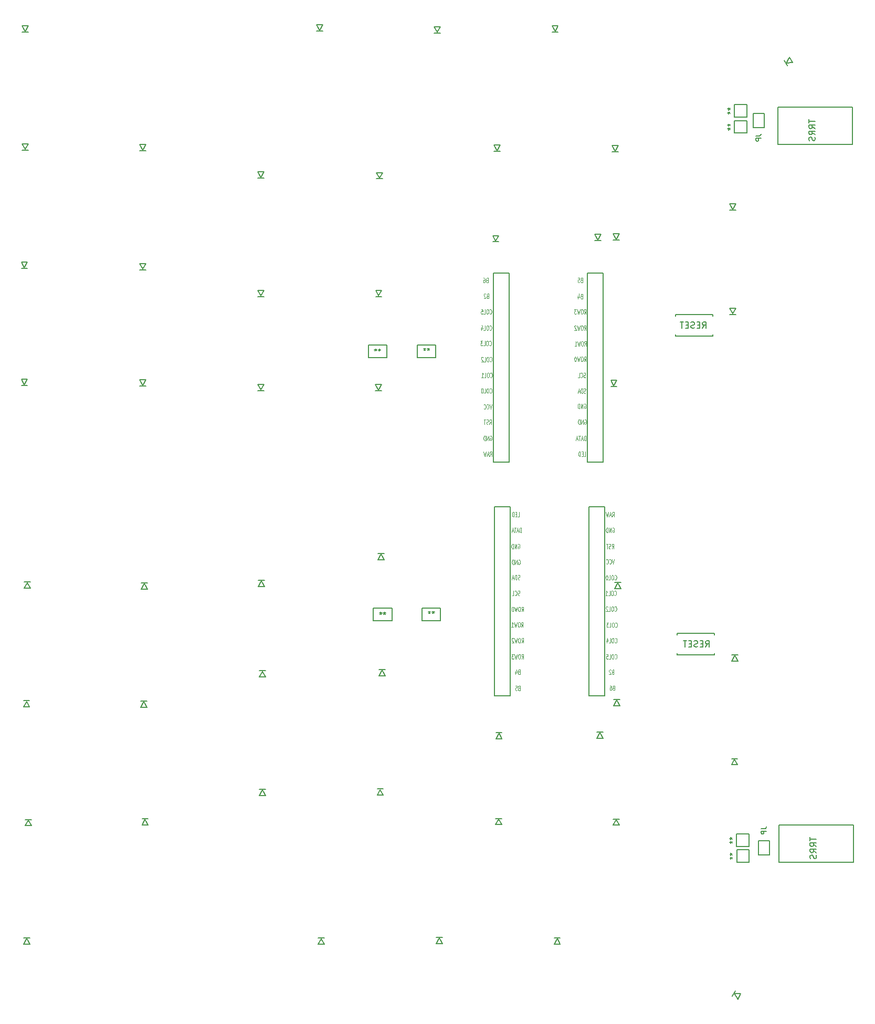
<source format=gbo>
G04 #@! TF.GenerationSoftware,KiCad,Pcbnew,(5.1.0-0)*
G04 #@! TF.CreationDate,2020-05-09T20:17:28+09:00*
G04 #@! TF.ProjectId,potto50,706f7474-6f35-4302-9e6b-696361645f70,rev?*
G04 #@! TF.SameCoordinates,Original*
G04 #@! TF.FileFunction,Legend,Bot*
G04 #@! TF.FilePolarity,Positive*
%FSLAX46Y46*%
G04 Gerber Fmt 4.6, Leading zero omitted, Abs format (unit mm)*
G04 Created by KiCad (PCBNEW (5.1.0-0)) date 2020-05-09 20:17:28*
%MOMM*%
%LPD*%
G04 APERTURE LIST*
%ADD10C,0.150000*%
%ADD11C,0.125000*%
G04 APERTURE END LIST*
D10*
X139915900Y-110566200D02*
X139915900Y-112852200D01*
X139915900Y-112852200D02*
X141693900Y-112852200D01*
X141693900Y-112852200D02*
X141693900Y-110566200D01*
X141693900Y-110566200D02*
X139915900Y-110566200D01*
X21945600Y-68967400D02*
X22445600Y-69867400D01*
X22445600Y-69867400D02*
X21445600Y-69867400D01*
X21445600Y-69867400D02*
X21945600Y-68967400D01*
X22445600Y-68867400D02*
X21445600Y-68867400D01*
X40855900Y-69081700D02*
X41355900Y-69981700D01*
X41355900Y-69981700D02*
X40355900Y-69981700D01*
X40355900Y-69981700D02*
X40855900Y-69081700D01*
X41355900Y-68981700D02*
X40355900Y-68981700D01*
X59702700Y-68700700D02*
X60202700Y-69600700D01*
X60202700Y-69600700D02*
X59202700Y-69600700D01*
X59202700Y-69600700D02*
X59702700Y-68700700D01*
X60202700Y-68600700D02*
X59202700Y-68600700D01*
X79519400Y-64257300D02*
X78519400Y-64257300D01*
X78519400Y-65257300D02*
X79019400Y-64357300D01*
X79519400Y-65257300D02*
X78519400Y-65257300D01*
X79019400Y-64357300D02*
X79519400Y-65257300D01*
X114850000Y-93025000D02*
X113850000Y-93025000D01*
X113850000Y-94025000D02*
X114350000Y-93125000D01*
X114850000Y-94025000D02*
X113850000Y-94025000D01*
X114350000Y-93125000D02*
X114850000Y-94025000D01*
X117182900Y-68992800D02*
X117682900Y-69892800D01*
X117682900Y-69892800D02*
X116682900Y-69892800D01*
X116682900Y-69892800D02*
X117182900Y-68992800D01*
X117682900Y-68892800D02*
X116682900Y-68892800D01*
X22344000Y-88006300D02*
X21344000Y-88006300D01*
X21344000Y-89006300D02*
X21844000Y-88106300D01*
X22344000Y-89006300D02*
X21344000Y-89006300D01*
X21844000Y-88106300D02*
X22344000Y-89006300D01*
X40767000Y-88169800D02*
X41267000Y-89069800D01*
X41267000Y-89069800D02*
X40267000Y-89069800D01*
X40267000Y-89069800D02*
X40767000Y-88169800D01*
X41267000Y-88069800D02*
X40267000Y-88069800D01*
X60380500Y-83180300D02*
X59380500Y-83180300D01*
X59380500Y-84180300D02*
X59880500Y-83280300D01*
X60380500Y-84180300D02*
X59380500Y-84180300D01*
X59880500Y-83280300D02*
X60380500Y-84180300D01*
X79184500Y-83064400D02*
X79684500Y-83964400D01*
X79684500Y-83964400D02*
X78684500Y-83964400D01*
X78684500Y-83964400D02*
X79184500Y-83064400D01*
X79684500Y-82964400D02*
X78684500Y-82964400D01*
X98544000Y-93111700D02*
X97544000Y-93111700D01*
X97544000Y-94111700D02*
X98044000Y-93211700D01*
X98544000Y-94111700D02*
X97544000Y-94111700D01*
X98044000Y-93211700D02*
X98544000Y-94111700D01*
X117030500Y-87877700D02*
X117530500Y-88777700D01*
X117530500Y-88777700D02*
X116530500Y-88777700D01*
X116530500Y-88777700D02*
X117030500Y-87877700D01*
X117530500Y-87777700D02*
X116530500Y-87777700D01*
X136567800Y-80602200D02*
X135567800Y-80602200D01*
X135567800Y-81602200D02*
X136067800Y-80702200D01*
X136567800Y-81602200D02*
X135567800Y-81602200D01*
X136067800Y-80702200D02*
X136567800Y-81602200D01*
X22123400Y-107257900D02*
X22623400Y-108157900D01*
X22623400Y-108157900D02*
X21623400Y-108157900D01*
X21623400Y-108157900D02*
X22123400Y-107257900D01*
X22623400Y-107157900D02*
X21623400Y-107157900D01*
X41470200Y-106992800D02*
X40470200Y-106992800D01*
X40470200Y-107992800D02*
X40970200Y-107092800D01*
X41470200Y-107992800D02*
X40470200Y-107992800D01*
X40970200Y-107092800D02*
X41470200Y-107992800D01*
X59865500Y-102360300D02*
X60365500Y-103260300D01*
X60365500Y-103260300D02*
X59365500Y-103260300D01*
X59365500Y-103260300D02*
X59865500Y-102360300D01*
X60365500Y-102260300D02*
X59365500Y-102260300D01*
X79402000Y-102222200D02*
X78402000Y-102222200D01*
X78402000Y-103222200D02*
X78902000Y-102322200D01*
X79402000Y-103222200D02*
X78402000Y-103222200D01*
X78902000Y-102322200D02*
X79402000Y-103222200D01*
X97993200Y-107080100D02*
X98493200Y-107980100D01*
X98493200Y-107980100D02*
X97493200Y-107980100D01*
X97493200Y-107980100D02*
X97993200Y-107080100D01*
X98493200Y-106980100D02*
X97493200Y-106980100D01*
X117454300Y-107069000D02*
X116454300Y-107069000D01*
X116454300Y-108069000D02*
X116954300Y-107169000D01*
X117454300Y-108069000D02*
X116454300Y-108069000D01*
X116954300Y-107169000D02*
X117454300Y-108069000D01*
X136055100Y-97428100D02*
X136555100Y-98328100D01*
X136555100Y-98328100D02*
X135555100Y-98328100D01*
X135555100Y-98328100D02*
X136055100Y-97428100D01*
X136555100Y-97328100D02*
X135555100Y-97328100D01*
X22402800Y-126236700D02*
X21402800Y-126236700D01*
X21402800Y-127236700D02*
X21902800Y-126336700D01*
X22402800Y-127236700D02*
X21402800Y-127236700D01*
X21902800Y-126336700D02*
X22402800Y-127236700D01*
X69414700Y-126374800D02*
X69914700Y-127274800D01*
X69914700Y-127274800D02*
X68914700Y-127274800D01*
X68914700Y-127274800D02*
X69414700Y-126374800D01*
X69914700Y-126274800D02*
X68914700Y-126274800D01*
X88917400Y-126131700D02*
X87917400Y-126131700D01*
X87917400Y-127131700D02*
X88417400Y-126231700D01*
X88917400Y-127131700D02*
X87917400Y-127131700D01*
X88417400Y-126231700D02*
X88917400Y-127131700D01*
X107439700Y-126362100D02*
X107939700Y-127262100D01*
X107939700Y-127262100D02*
X106939700Y-127262100D01*
X106939700Y-127262100D02*
X107439700Y-126362100D01*
X107939700Y-126262100D02*
X106939700Y-126262100D01*
X136202287Y-134749787D02*
X135702287Y-135615813D01*
X136568313Y-136115813D02*
X136038890Y-135232800D01*
X137068313Y-135249787D02*
X136568313Y-136115813D01*
X136038890Y-135232800D02*
X137068313Y-135249787D01*
X138388600Y-109515400D02*
X138388600Y-111515400D01*
X138388600Y-111515400D02*
X136388600Y-111515400D01*
X136388600Y-111515400D02*
X136388600Y-109515400D01*
X136388600Y-109515400D02*
X138388600Y-109515400D01*
X136401300Y-112055400D02*
X138401300Y-112055400D01*
X136401300Y-114055400D02*
X136401300Y-112055400D01*
X138401300Y-114055400D02*
X136401300Y-114055400D01*
X138401300Y-112055400D02*
X138401300Y-114055400D01*
X85634700Y-73079100D02*
X88634700Y-73079100D01*
X88634700Y-73079100D02*
X88634700Y-75079100D01*
X88634700Y-75079100D02*
X85634700Y-75079100D01*
X85634700Y-75079100D02*
X85634700Y-73079100D01*
X80786100Y-73079100D02*
X80786100Y-75079100D01*
X77786100Y-73079100D02*
X80786100Y-73079100D01*
X77786100Y-75079100D02*
X77786100Y-73079100D01*
X80786100Y-75079100D02*
X77786100Y-75079100D01*
X132806700Y-80379700D02*
X132806700Y-80629700D01*
X132806700Y-80629700D02*
X126806700Y-80629700D01*
X126806700Y-80629700D02*
X126806700Y-80379700D01*
X126806700Y-77379700D02*
X126806700Y-77129700D01*
X126806700Y-77129700D02*
X132806700Y-77129700D01*
X132806700Y-77129700D02*
X132806700Y-77379700D01*
X99874500Y-87198200D02*
X99874500Y-56718200D01*
X97334500Y-87198200D02*
X99874500Y-87198200D01*
X97334500Y-56718200D02*
X97334500Y-87198200D01*
X99874500Y-56718200D02*
X97334500Y-56718200D01*
X115094500Y-87198200D02*
X115094500Y-56718200D01*
X112554500Y-87198200D02*
X115094500Y-87198200D01*
X112554500Y-56718200D02*
X112554500Y-87198200D01*
X115094500Y-56718200D02*
X112554500Y-56718200D01*
X155244800Y-114023400D02*
X155244800Y-108023400D01*
X155244800Y-108023400D02*
X143244800Y-108023400D01*
X143244800Y-108023400D02*
X143244800Y-114023400D01*
X143244800Y-114023400D02*
X155244800Y-114023400D01*
X21500000Y-37050000D02*
X21000000Y-36150000D01*
X21000000Y-36150000D02*
X22000000Y-36150000D01*
X22000000Y-36150000D02*
X21500000Y-37050000D01*
X21000000Y-37150000D02*
X22000000Y-37150000D01*
X40075000Y-37250000D02*
X41075000Y-37250000D01*
X41075000Y-36250000D02*
X40575000Y-37150000D01*
X40075000Y-36250000D02*
X41075000Y-36250000D01*
X40575000Y-37150000D02*
X40075000Y-36250000D01*
X59650000Y-37875000D02*
X59150000Y-36975000D01*
X59150000Y-36975000D02*
X60150000Y-36975000D01*
X60150000Y-36975000D02*
X59650000Y-37875000D01*
X59150000Y-37975000D02*
X60150000Y-37975000D01*
X78100000Y-38000000D02*
X79100000Y-38000000D01*
X79100000Y-37000000D02*
X78600000Y-37900000D01*
X78100000Y-37000000D02*
X79100000Y-37000000D01*
X78600000Y-37900000D02*
X78100000Y-37000000D01*
X114025000Y-13675000D02*
X113525000Y-12775000D01*
X113525000Y-12775000D02*
X114525000Y-12775000D01*
X114525000Y-12775000D02*
X114025000Y-13675000D01*
X113525000Y-13775000D02*
X114525000Y-13775000D01*
X116075000Y-37325000D02*
X117075000Y-37325000D01*
X117075000Y-36325000D02*
X116575000Y-37225000D01*
X116075000Y-36325000D02*
X117075000Y-36325000D01*
X116575000Y-37225000D02*
X116075000Y-36325000D01*
X21500000Y-18175000D02*
X21000000Y-17275000D01*
X21000000Y-17275000D02*
X22000000Y-17275000D01*
X22000000Y-17275000D02*
X21500000Y-18175000D01*
X21000000Y-18275000D02*
X22000000Y-18275000D01*
X40075000Y-18500000D02*
X41075000Y-18500000D01*
X41075000Y-17500000D02*
X40575000Y-18400000D01*
X40075000Y-17500000D02*
X41075000Y-17500000D01*
X40575000Y-18400000D02*
X40075000Y-17500000D01*
X59675000Y-22725000D02*
X59175000Y-21825000D01*
X59175000Y-21825000D02*
X60175000Y-21825000D01*
X60175000Y-21825000D02*
X59675000Y-22725000D01*
X59175000Y-22825000D02*
X60175000Y-22825000D01*
X78150000Y-22825000D02*
X79150000Y-22825000D01*
X79150000Y-21825000D02*
X78650000Y-22725000D01*
X78150000Y-21825000D02*
X79150000Y-21825000D01*
X78650000Y-22725000D02*
X78150000Y-21825000D01*
X97525000Y-13900000D02*
X97025000Y-13000000D01*
X97025000Y-13000000D02*
X98025000Y-13000000D01*
X98025000Y-13000000D02*
X97525000Y-13900000D01*
X97025000Y-14000000D02*
X98025000Y-14000000D01*
X116475000Y-13700000D02*
X117475000Y-13700000D01*
X117475000Y-12700000D02*
X116975000Y-13600000D01*
X116475000Y-12700000D02*
X117475000Y-12700000D01*
X116975000Y-13600000D02*
X116475000Y-12700000D01*
X135750000Y-25600000D02*
X135250000Y-24700000D01*
X135250000Y-24700000D02*
X136250000Y-24700000D01*
X136250000Y-24700000D02*
X135750000Y-25600000D01*
X135250000Y-25700000D02*
X136250000Y-25700000D01*
X21100000Y800000D02*
X22100000Y800000D01*
X22100000Y1800000D02*
X21600000Y900000D01*
X21100000Y1800000D02*
X22100000Y1800000D01*
X21600000Y900000D02*
X21100000Y1800000D01*
X40575000Y800000D02*
X40075000Y1700000D01*
X40075000Y1700000D02*
X41075000Y1700000D01*
X41075000Y1700000D02*
X40575000Y800000D01*
X40075000Y700000D02*
X41075000Y700000D01*
X59175000Y-3750000D02*
X60175000Y-3750000D01*
X60175000Y-2750000D02*
X59675000Y-3650000D01*
X59175000Y-2750000D02*
X60175000Y-2750000D01*
X59675000Y-3650000D02*
X59175000Y-2750000D01*
X78750000Y-3750000D02*
X78250000Y-2850000D01*
X78250000Y-2850000D02*
X79250000Y-2850000D01*
X79250000Y-2850000D02*
X78750000Y-3750000D01*
X78250000Y-3850000D02*
X79250000Y-3850000D01*
X97225000Y600000D02*
X98225000Y600000D01*
X98225000Y1600000D02*
X97725000Y700000D01*
X97225000Y1600000D02*
X98225000Y1600000D01*
X97725000Y700000D02*
X97225000Y1600000D01*
X116800000Y600000D02*
X116300000Y1500000D01*
X116300000Y1500000D02*
X117300000Y1500000D01*
X117300000Y1500000D02*
X116800000Y600000D01*
X116300000Y500000D02*
X117300000Y500000D01*
X135275000Y-8875000D02*
X136275000Y-8875000D01*
X136275000Y-7875000D02*
X135775000Y-8775000D01*
X135275000Y-7875000D02*
X136275000Y-7875000D01*
X135775000Y-8775000D02*
X135275000Y-7875000D01*
X21600000Y19900000D02*
X21100000Y20800000D01*
X21100000Y20800000D02*
X22100000Y20800000D01*
X22100000Y20800000D02*
X21600000Y19900000D01*
X21100000Y19800000D02*
X22100000Y19800000D01*
X68600000Y20000000D02*
X69600000Y20000000D01*
X69600000Y21000000D02*
X69100000Y20100000D01*
X68600000Y21000000D02*
X69600000Y21000000D01*
X69100000Y20100000D02*
X68600000Y21000000D01*
X88125000Y19775000D02*
X87625000Y20675000D01*
X87625000Y20675000D02*
X88625000Y20675000D01*
X88625000Y20675000D02*
X88125000Y19775000D01*
X87625000Y19675000D02*
X88625000Y19675000D01*
X106600000Y19800000D02*
X107600000Y19800000D01*
X107600000Y20800000D02*
X107100000Y19900000D01*
X106600000Y20800000D02*
X107600000Y20800000D01*
X107100000Y19900000D02*
X106600000Y20800000D01*
X144378590Y14850000D02*
X144908013Y15733013D01*
X144908013Y15733013D02*
X145408013Y14866987D01*
X145408013Y14866987D02*
X144378590Y14850000D01*
X144041987Y15233013D02*
X144541987Y14366987D01*
X155050000Y1725000D02*
X155050000Y7725000D01*
X155050000Y7725000D02*
X143050000Y7725000D01*
X143050000Y7725000D02*
X143050000Y1725000D01*
X143050000Y1725000D02*
X155050000Y1725000D01*
X140839000Y4432000D02*
X140839000Y6718000D01*
X140839000Y6718000D02*
X139061000Y6718000D01*
X139061000Y6718000D02*
X139061000Y4432000D01*
X139061000Y4432000D02*
X140839000Y4432000D01*
X136050000Y8100000D02*
X138050000Y8100000D01*
X136050000Y6100000D02*
X136050000Y8100000D01*
X138050000Y6100000D02*
X136050000Y6100000D01*
X138050000Y8100000D02*
X138050000Y6100000D01*
X138050000Y5525000D02*
X138050000Y3525000D01*
X138050000Y3525000D02*
X136050000Y3525000D01*
X136050000Y3525000D02*
X136050000Y5525000D01*
X136050000Y5525000D02*
X138050000Y5525000D01*
X84859800Y-32650000D02*
X84859800Y-30650000D01*
X87859800Y-32650000D02*
X84859800Y-32650000D01*
X87859800Y-30650000D02*
X87859800Y-32650000D01*
X84859800Y-30650000D02*
X87859800Y-30650000D01*
X79975000Y-32650000D02*
X76975000Y-32650000D01*
X76975000Y-32650000D02*
X76975000Y-30650000D01*
X76975000Y-30650000D02*
X79975000Y-30650000D01*
X79975000Y-30650000D02*
X79975000Y-32650000D01*
X126550000Y-25975000D02*
X126550000Y-25725000D01*
X126550000Y-25725000D02*
X132550000Y-25725000D01*
X132550000Y-25725000D02*
X132550000Y-25975000D01*
X132550000Y-28975000D02*
X132550000Y-29225000D01*
X132550000Y-29225000D02*
X126550000Y-29225000D01*
X126550000Y-29225000D02*
X126550000Y-28975000D01*
X112336400Y-19018000D02*
X112336400Y-49498000D01*
X114876400Y-19018000D02*
X112336400Y-19018000D01*
X114876400Y-49498000D02*
X114876400Y-19018000D01*
X112336400Y-49498000D02*
X114876400Y-49498000D01*
X97116400Y-19018000D02*
X97116400Y-49498000D01*
X99656400Y-19018000D02*
X97116400Y-19018000D01*
X99656400Y-49498000D02*
X99656400Y-19018000D01*
X97116400Y-49498000D02*
X99656400Y-49498000D01*
X140359795Y-108624914D02*
X140940366Y-108624914D01*
X141056480Y-108586209D01*
X141133890Y-108508800D01*
X141172595Y-108392685D01*
X141172595Y-108315276D01*
X141172595Y-109011961D02*
X140359795Y-109011961D01*
X140359795Y-109321600D01*
X140398500Y-109399009D01*
X140437204Y-109437714D01*
X140514614Y-109476419D01*
X140630728Y-109476419D01*
X140708138Y-109437714D01*
X140746842Y-109399009D01*
X140785547Y-109321600D01*
X140785547Y-109011961D01*
X135292495Y-110205761D02*
X135486019Y-110205761D01*
X135408609Y-110012238D02*
X135486019Y-110205761D01*
X135408609Y-110399285D01*
X135640838Y-110089647D02*
X135486019Y-110205761D01*
X135640838Y-110321876D01*
X135292495Y-110825038D02*
X135486019Y-110825038D01*
X135408609Y-110631514D02*
X135486019Y-110825038D01*
X135408609Y-111018561D01*
X135640838Y-110708923D02*
X135486019Y-110825038D01*
X135640838Y-110941152D01*
X135305195Y-112745761D02*
X135498719Y-112745761D01*
X135421309Y-112552238D02*
X135498719Y-112745761D01*
X135421309Y-112939285D01*
X135653538Y-112629647D02*
X135498719Y-112745761D01*
X135653538Y-112861876D01*
X135305195Y-113365038D02*
X135498719Y-113365038D01*
X135421309Y-113171514D02*
X135498719Y-113365038D01*
X135421309Y-113558561D01*
X135653538Y-113248923D02*
X135498719Y-113365038D01*
X135653538Y-113481152D01*
X87444338Y-73570495D02*
X87444338Y-73764019D01*
X87637861Y-73686609D02*
X87444338Y-73764019D01*
X87250814Y-73686609D01*
X87560452Y-73918838D02*
X87444338Y-73764019D01*
X87328223Y-73918838D01*
X86825061Y-73570495D02*
X86825061Y-73764019D01*
X87018585Y-73686609D02*
X86825061Y-73764019D01*
X86631538Y-73686609D01*
X86941176Y-73918838D02*
X86825061Y-73764019D01*
X86708947Y-73918838D01*
X79595738Y-73697495D02*
X79595738Y-73891019D01*
X79789261Y-73813609D02*
X79595738Y-73891019D01*
X79402214Y-73813609D01*
X79711852Y-74045838D02*
X79595738Y-73891019D01*
X79479623Y-74045838D01*
X78976461Y-73697495D02*
X78976461Y-73891019D01*
X79169985Y-73813609D02*
X78976461Y-73891019D01*
X78782938Y-73813609D01*
X79092576Y-74045838D02*
X78976461Y-73891019D01*
X78860347Y-74045838D01*
X131386080Y-79332080D02*
X131719414Y-78855890D01*
X131957509Y-79332080D02*
X131957509Y-78332080D01*
X131576557Y-78332080D01*
X131481319Y-78379700D01*
X131433700Y-78427319D01*
X131386080Y-78522557D01*
X131386080Y-78665414D01*
X131433700Y-78760652D01*
X131481319Y-78808271D01*
X131576557Y-78855890D01*
X131957509Y-78855890D01*
X130957509Y-78808271D02*
X130624176Y-78808271D01*
X130481319Y-79332080D02*
X130957509Y-79332080D01*
X130957509Y-78332080D01*
X130481319Y-78332080D01*
X130100366Y-79284461D02*
X129957509Y-79332080D01*
X129719414Y-79332080D01*
X129624176Y-79284461D01*
X129576557Y-79236842D01*
X129528938Y-79141604D01*
X129528938Y-79046366D01*
X129576557Y-78951128D01*
X129624176Y-78903509D01*
X129719414Y-78855890D01*
X129909890Y-78808271D01*
X130005128Y-78760652D01*
X130052747Y-78713033D01*
X130100366Y-78617795D01*
X130100366Y-78522557D01*
X130052747Y-78427319D01*
X130005128Y-78379700D01*
X129909890Y-78332080D01*
X129671795Y-78332080D01*
X129528938Y-78379700D01*
X129100366Y-78808271D02*
X128767033Y-78808271D01*
X128624176Y-79332080D02*
X129100366Y-79332080D01*
X129100366Y-78332080D01*
X128624176Y-78332080D01*
X128338461Y-78332080D02*
X127767033Y-78332080D01*
X128052747Y-79332080D02*
X128052747Y-78332080D01*
D11*
X101641852Y-76107485D02*
X101808519Y-75750342D01*
X101927566Y-76107485D02*
X101927566Y-75357485D01*
X101737090Y-75357485D01*
X101689471Y-75393200D01*
X101665661Y-75428914D01*
X101641852Y-75500342D01*
X101641852Y-75607485D01*
X101665661Y-75678914D01*
X101689471Y-75714628D01*
X101737090Y-75750342D01*
X101927566Y-75750342D01*
X101332328Y-75357485D02*
X101237090Y-75357485D01*
X101189471Y-75393200D01*
X101141852Y-75464628D01*
X101118042Y-75607485D01*
X101118042Y-75857485D01*
X101141852Y-76000342D01*
X101189471Y-76071771D01*
X101237090Y-76107485D01*
X101332328Y-76107485D01*
X101379947Y-76071771D01*
X101427566Y-76000342D01*
X101451376Y-75857485D01*
X101451376Y-75607485D01*
X101427566Y-75464628D01*
X101379947Y-75393200D01*
X101332328Y-75357485D01*
X100951376Y-75357485D02*
X100832328Y-76107485D01*
X100737090Y-75571771D01*
X100641852Y-76107485D01*
X100522804Y-75357485D01*
X100070423Y-76107485D02*
X100356138Y-76107485D01*
X100213280Y-76107485D02*
X100213280Y-75357485D01*
X100260900Y-75464628D01*
X100308519Y-75536057D01*
X100356138Y-75571771D01*
X116758519Y-78584057D02*
X116782328Y-78619771D01*
X116853757Y-78655485D01*
X116901376Y-78655485D01*
X116972804Y-78619771D01*
X117020423Y-78548342D01*
X117044233Y-78476914D01*
X117068042Y-78334057D01*
X117068042Y-78226914D01*
X117044233Y-78084057D01*
X117020423Y-78012628D01*
X116972804Y-77941200D01*
X116901376Y-77905485D01*
X116853757Y-77905485D01*
X116782328Y-77941200D01*
X116758519Y-77976914D01*
X116448995Y-77905485D02*
X116353757Y-77905485D01*
X116306138Y-77941200D01*
X116258519Y-78012628D01*
X116234709Y-78155485D01*
X116234709Y-78405485D01*
X116258519Y-78548342D01*
X116306138Y-78619771D01*
X116353757Y-78655485D01*
X116448995Y-78655485D01*
X116496614Y-78619771D01*
X116544233Y-78548342D01*
X116568042Y-78405485D01*
X116568042Y-78155485D01*
X116544233Y-78012628D01*
X116496614Y-77941200D01*
X116448995Y-77905485D01*
X115782328Y-78655485D02*
X116020423Y-78655485D01*
X116020423Y-77905485D01*
X115401376Y-78155485D02*
X115401376Y-78655485D01*
X115520423Y-77869771D02*
X115639471Y-78405485D01*
X115329947Y-78405485D01*
X101691852Y-78655485D02*
X101858519Y-78298342D01*
X101977566Y-78655485D02*
X101977566Y-77905485D01*
X101787090Y-77905485D01*
X101739471Y-77941200D01*
X101715661Y-77976914D01*
X101691852Y-78048342D01*
X101691852Y-78155485D01*
X101715661Y-78226914D01*
X101739471Y-78262628D01*
X101787090Y-78298342D01*
X101977566Y-78298342D01*
X101382328Y-77905485D02*
X101287090Y-77905485D01*
X101239471Y-77941200D01*
X101191852Y-78012628D01*
X101168042Y-78155485D01*
X101168042Y-78405485D01*
X101191852Y-78548342D01*
X101239471Y-78619771D01*
X101287090Y-78655485D01*
X101382328Y-78655485D01*
X101429947Y-78619771D01*
X101477566Y-78548342D01*
X101501376Y-78405485D01*
X101501376Y-78155485D01*
X101477566Y-78012628D01*
X101429947Y-77941200D01*
X101382328Y-77905485D01*
X101001376Y-77905485D02*
X100882328Y-78655485D01*
X100787090Y-78119771D01*
X100691852Y-78655485D01*
X100572804Y-77905485D01*
X100406138Y-77976914D02*
X100382328Y-77941200D01*
X100334709Y-77905485D01*
X100215661Y-77905485D01*
X100168042Y-77941200D01*
X100144233Y-77976914D01*
X100120423Y-78048342D01*
X100120423Y-78119771D01*
X100144233Y-78226914D01*
X100429947Y-78655485D01*
X100120423Y-78655485D01*
X116758519Y-81179557D02*
X116782328Y-81215271D01*
X116853757Y-81250985D01*
X116901376Y-81250985D01*
X116972804Y-81215271D01*
X117020423Y-81143842D01*
X117044233Y-81072414D01*
X117068042Y-80929557D01*
X117068042Y-80822414D01*
X117044233Y-80679557D01*
X117020423Y-80608128D01*
X116972804Y-80536700D01*
X116901376Y-80500985D01*
X116853757Y-80500985D01*
X116782328Y-80536700D01*
X116758519Y-80572414D01*
X116448995Y-80500985D02*
X116353757Y-80500985D01*
X116306138Y-80536700D01*
X116258519Y-80608128D01*
X116234709Y-80750985D01*
X116234709Y-81000985D01*
X116258519Y-81143842D01*
X116306138Y-81215271D01*
X116353757Y-81250985D01*
X116448995Y-81250985D01*
X116496614Y-81215271D01*
X116544233Y-81143842D01*
X116568042Y-81000985D01*
X116568042Y-80750985D01*
X116544233Y-80608128D01*
X116496614Y-80536700D01*
X116448995Y-80500985D01*
X115782328Y-81250985D02*
X116020423Y-81250985D01*
X116020423Y-80500985D01*
X115377566Y-80500985D02*
X115615661Y-80500985D01*
X115639471Y-80858128D01*
X115615661Y-80822414D01*
X115568042Y-80786700D01*
X115448995Y-80786700D01*
X115401376Y-80822414D01*
X115377566Y-80858128D01*
X115353757Y-80929557D01*
X115353757Y-81108128D01*
X115377566Y-81179557D01*
X115401376Y-81215271D01*
X115448995Y-81250985D01*
X115568042Y-81250985D01*
X115615661Y-81215271D01*
X115639471Y-81179557D01*
X101691852Y-81250985D02*
X101858519Y-80893842D01*
X101977566Y-81250985D02*
X101977566Y-80500985D01*
X101787090Y-80500985D01*
X101739471Y-80536700D01*
X101715661Y-80572414D01*
X101691852Y-80643842D01*
X101691852Y-80750985D01*
X101715661Y-80822414D01*
X101739471Y-80858128D01*
X101787090Y-80893842D01*
X101977566Y-80893842D01*
X101382328Y-80500985D02*
X101287090Y-80500985D01*
X101239471Y-80536700D01*
X101191852Y-80608128D01*
X101168042Y-80750985D01*
X101168042Y-81000985D01*
X101191852Y-81143842D01*
X101239471Y-81215271D01*
X101287090Y-81250985D01*
X101382328Y-81250985D01*
X101429947Y-81215271D01*
X101477566Y-81143842D01*
X101501376Y-81000985D01*
X101501376Y-80750985D01*
X101477566Y-80608128D01*
X101429947Y-80536700D01*
X101382328Y-80500985D01*
X101001376Y-80500985D02*
X100882328Y-81250985D01*
X100787090Y-80715271D01*
X100691852Y-81250985D01*
X100572804Y-80500985D01*
X100429947Y-80500985D02*
X100120423Y-80500985D01*
X100287090Y-80786700D01*
X100215661Y-80786700D01*
X100168042Y-80822414D01*
X100144233Y-80858128D01*
X100120423Y-80929557D01*
X100120423Y-81108128D01*
X100144233Y-81179557D01*
X100168042Y-81215271D01*
X100215661Y-81250985D01*
X100358519Y-81250985D01*
X100406138Y-81215271D01*
X100429947Y-81179557D01*
X116413280Y-83362628D02*
X116341852Y-83398342D01*
X116318042Y-83434057D01*
X116294233Y-83505485D01*
X116294233Y-83612628D01*
X116318042Y-83684057D01*
X116341852Y-83719771D01*
X116389471Y-83755485D01*
X116579947Y-83755485D01*
X116579947Y-83005485D01*
X116413280Y-83005485D01*
X116365661Y-83041200D01*
X116341852Y-83076914D01*
X116318042Y-83148342D01*
X116318042Y-83219771D01*
X116341852Y-83291200D01*
X116365661Y-83326914D01*
X116413280Y-83362628D01*
X116579947Y-83362628D01*
X116103757Y-83076914D02*
X116079947Y-83041200D01*
X116032328Y-83005485D01*
X115913280Y-83005485D01*
X115865661Y-83041200D01*
X115841852Y-83076914D01*
X115818042Y-83148342D01*
X115818042Y-83219771D01*
X115841852Y-83326914D01*
X116127566Y-83755485D01*
X115818042Y-83755485D01*
X101263280Y-83334628D02*
X101191852Y-83370342D01*
X101168042Y-83406057D01*
X101144233Y-83477485D01*
X101144233Y-83584628D01*
X101168042Y-83656057D01*
X101191852Y-83691771D01*
X101239471Y-83727485D01*
X101429947Y-83727485D01*
X101429947Y-82977485D01*
X101263280Y-82977485D01*
X101215661Y-83013200D01*
X101191852Y-83048914D01*
X101168042Y-83120342D01*
X101168042Y-83191771D01*
X101191852Y-83263200D01*
X101215661Y-83298914D01*
X101263280Y-83334628D01*
X101429947Y-83334628D01*
X100715661Y-83227485D02*
X100715661Y-83727485D01*
X100834709Y-82941771D02*
X100953757Y-83477485D01*
X100644233Y-83477485D01*
X101263280Y-85938128D02*
X101191852Y-85973842D01*
X101168042Y-86009557D01*
X101144233Y-86080985D01*
X101144233Y-86188128D01*
X101168042Y-86259557D01*
X101191852Y-86295271D01*
X101239471Y-86330985D01*
X101429947Y-86330985D01*
X101429947Y-85580985D01*
X101263280Y-85580985D01*
X101215661Y-85616700D01*
X101191852Y-85652414D01*
X101168042Y-85723842D01*
X101168042Y-85795271D01*
X101191852Y-85866700D01*
X101215661Y-85902414D01*
X101263280Y-85938128D01*
X101429947Y-85938128D01*
X100691852Y-85580985D02*
X100929947Y-85580985D01*
X100953757Y-85938128D01*
X100929947Y-85902414D01*
X100882328Y-85866700D01*
X100763280Y-85866700D01*
X100715661Y-85902414D01*
X100691852Y-85938128D01*
X100668042Y-86009557D01*
X100668042Y-86188128D01*
X100691852Y-86259557D01*
X100715661Y-86295271D01*
X100763280Y-86330985D01*
X100882328Y-86330985D01*
X100929947Y-86295271D01*
X100953757Y-86259557D01*
X116513280Y-85912628D02*
X116441852Y-85948342D01*
X116418042Y-85984057D01*
X116394233Y-86055485D01*
X116394233Y-86162628D01*
X116418042Y-86234057D01*
X116441852Y-86269771D01*
X116489471Y-86305485D01*
X116679947Y-86305485D01*
X116679947Y-85555485D01*
X116513280Y-85555485D01*
X116465661Y-85591200D01*
X116441852Y-85626914D01*
X116418042Y-85698342D01*
X116418042Y-85769771D01*
X116441852Y-85841200D01*
X116465661Y-85876914D01*
X116513280Y-85912628D01*
X116679947Y-85912628D01*
X115965661Y-85555485D02*
X116060900Y-85555485D01*
X116108519Y-85591200D01*
X116132328Y-85626914D01*
X116179947Y-85734057D01*
X116203757Y-85876914D01*
X116203757Y-86162628D01*
X116179947Y-86234057D01*
X116156138Y-86269771D01*
X116108519Y-86305485D01*
X116013280Y-86305485D01*
X115965661Y-86269771D01*
X115941852Y-86234057D01*
X115918042Y-86162628D01*
X115918042Y-85984057D01*
X115941852Y-85912628D01*
X115965661Y-85876914D01*
X116013280Y-85841200D01*
X116108519Y-85841200D01*
X116156138Y-85876914D01*
X116179947Y-85912628D01*
X116203757Y-85984057D01*
X116708519Y-68434057D02*
X116732328Y-68469771D01*
X116803757Y-68505485D01*
X116851376Y-68505485D01*
X116922804Y-68469771D01*
X116970423Y-68398342D01*
X116994233Y-68326914D01*
X117018042Y-68184057D01*
X117018042Y-68076914D01*
X116994233Y-67934057D01*
X116970423Y-67862628D01*
X116922804Y-67791200D01*
X116851376Y-67755485D01*
X116803757Y-67755485D01*
X116732328Y-67791200D01*
X116708519Y-67826914D01*
X116398995Y-67755485D02*
X116303757Y-67755485D01*
X116256138Y-67791200D01*
X116208519Y-67862628D01*
X116184709Y-68005485D01*
X116184709Y-68255485D01*
X116208519Y-68398342D01*
X116256138Y-68469771D01*
X116303757Y-68505485D01*
X116398995Y-68505485D01*
X116446614Y-68469771D01*
X116494233Y-68398342D01*
X116518042Y-68255485D01*
X116518042Y-68005485D01*
X116494233Y-67862628D01*
X116446614Y-67791200D01*
X116398995Y-67755485D01*
X115732328Y-68505485D02*
X115970423Y-68505485D01*
X115970423Y-67755485D01*
X115470423Y-67755485D02*
X115422804Y-67755485D01*
X115375185Y-67791200D01*
X115351376Y-67826914D01*
X115327566Y-67898342D01*
X115303757Y-68041200D01*
X115303757Y-68219771D01*
X115327566Y-68362628D01*
X115351376Y-68434057D01*
X115375185Y-68469771D01*
X115422804Y-68505485D01*
X115470423Y-68505485D01*
X115518042Y-68469771D01*
X115541852Y-68434057D01*
X115565661Y-68362628D01*
X115589471Y-68219771D01*
X115589471Y-68041200D01*
X115565661Y-67898342D01*
X115541852Y-67826914D01*
X115518042Y-67791200D01*
X115470423Y-67755485D01*
X101407042Y-68451771D02*
X101335614Y-68487485D01*
X101216566Y-68487485D01*
X101168947Y-68451771D01*
X101145138Y-68416057D01*
X101121328Y-68344628D01*
X101121328Y-68273200D01*
X101145138Y-68201771D01*
X101168947Y-68166057D01*
X101216566Y-68130342D01*
X101311804Y-68094628D01*
X101359423Y-68058914D01*
X101383233Y-68023200D01*
X101407042Y-67951771D01*
X101407042Y-67880342D01*
X101383233Y-67808914D01*
X101359423Y-67773200D01*
X101311804Y-67737485D01*
X101192757Y-67737485D01*
X101121328Y-67773200D01*
X100907042Y-68487485D02*
X100907042Y-67737485D01*
X100787995Y-67737485D01*
X100716566Y-67773200D01*
X100668947Y-67844628D01*
X100645138Y-67916057D01*
X100621328Y-68058914D01*
X100621328Y-68166057D01*
X100645138Y-68308914D01*
X100668947Y-68380342D01*
X100716566Y-68451771D01*
X100787995Y-68487485D01*
X100907042Y-68487485D01*
X100430852Y-68273200D02*
X100192757Y-68273200D01*
X100478471Y-68487485D02*
X100311804Y-67737485D01*
X100145138Y-68487485D01*
X116658519Y-70956057D02*
X116682328Y-70991771D01*
X116753757Y-71027485D01*
X116801376Y-71027485D01*
X116872804Y-70991771D01*
X116920423Y-70920342D01*
X116944233Y-70848914D01*
X116968042Y-70706057D01*
X116968042Y-70598914D01*
X116944233Y-70456057D01*
X116920423Y-70384628D01*
X116872804Y-70313200D01*
X116801376Y-70277485D01*
X116753757Y-70277485D01*
X116682328Y-70313200D01*
X116658519Y-70348914D01*
X116348995Y-70277485D02*
X116253757Y-70277485D01*
X116206138Y-70313200D01*
X116158519Y-70384628D01*
X116134709Y-70527485D01*
X116134709Y-70777485D01*
X116158519Y-70920342D01*
X116206138Y-70991771D01*
X116253757Y-71027485D01*
X116348995Y-71027485D01*
X116396614Y-70991771D01*
X116444233Y-70920342D01*
X116468042Y-70777485D01*
X116468042Y-70527485D01*
X116444233Y-70384628D01*
X116396614Y-70313200D01*
X116348995Y-70277485D01*
X115682328Y-71027485D02*
X115920423Y-71027485D01*
X115920423Y-70277485D01*
X115253757Y-71027485D02*
X115539471Y-71027485D01*
X115396614Y-71027485D02*
X115396614Y-70277485D01*
X115444233Y-70384628D01*
X115491852Y-70456057D01*
X115539471Y-70491771D01*
X101395138Y-70991771D02*
X101323709Y-71027485D01*
X101204661Y-71027485D01*
X101157042Y-70991771D01*
X101133233Y-70956057D01*
X101109423Y-70884628D01*
X101109423Y-70813200D01*
X101133233Y-70741771D01*
X101157042Y-70706057D01*
X101204661Y-70670342D01*
X101299900Y-70634628D01*
X101347519Y-70598914D01*
X101371328Y-70563200D01*
X101395138Y-70491771D01*
X101395138Y-70420342D01*
X101371328Y-70348914D01*
X101347519Y-70313200D01*
X101299900Y-70277485D01*
X101180852Y-70277485D01*
X101109423Y-70313200D01*
X100609423Y-70956057D02*
X100633233Y-70991771D01*
X100704661Y-71027485D01*
X100752280Y-71027485D01*
X100823709Y-70991771D01*
X100871328Y-70920342D01*
X100895138Y-70848914D01*
X100918947Y-70706057D01*
X100918947Y-70598914D01*
X100895138Y-70456057D01*
X100871328Y-70384628D01*
X100823709Y-70313200D01*
X100752280Y-70277485D01*
X100704661Y-70277485D01*
X100633233Y-70313200D01*
X100609423Y-70348914D01*
X100157042Y-71027485D02*
X100395138Y-71027485D01*
X100395138Y-70277485D01*
X116708519Y-73496057D02*
X116732328Y-73531771D01*
X116803757Y-73567485D01*
X116851376Y-73567485D01*
X116922804Y-73531771D01*
X116970423Y-73460342D01*
X116994233Y-73388914D01*
X117018042Y-73246057D01*
X117018042Y-73138914D01*
X116994233Y-72996057D01*
X116970423Y-72924628D01*
X116922804Y-72853200D01*
X116851376Y-72817485D01*
X116803757Y-72817485D01*
X116732328Y-72853200D01*
X116708519Y-72888914D01*
X116398995Y-72817485D02*
X116303757Y-72817485D01*
X116256138Y-72853200D01*
X116208519Y-72924628D01*
X116184709Y-73067485D01*
X116184709Y-73317485D01*
X116208519Y-73460342D01*
X116256138Y-73531771D01*
X116303757Y-73567485D01*
X116398995Y-73567485D01*
X116446614Y-73531771D01*
X116494233Y-73460342D01*
X116518042Y-73317485D01*
X116518042Y-73067485D01*
X116494233Y-72924628D01*
X116446614Y-72853200D01*
X116398995Y-72817485D01*
X115732328Y-73567485D02*
X115970423Y-73567485D01*
X115970423Y-72817485D01*
X115589471Y-72888914D02*
X115565661Y-72853200D01*
X115518042Y-72817485D01*
X115398995Y-72817485D01*
X115351376Y-72853200D01*
X115327566Y-72888914D01*
X115303757Y-72960342D01*
X115303757Y-73031771D01*
X115327566Y-73138914D01*
X115613280Y-73567485D01*
X115303757Y-73567485D01*
X101691852Y-73605485D02*
X101858519Y-73248342D01*
X101977566Y-73605485D02*
X101977566Y-72855485D01*
X101787090Y-72855485D01*
X101739471Y-72891200D01*
X101715661Y-72926914D01*
X101691852Y-72998342D01*
X101691852Y-73105485D01*
X101715661Y-73176914D01*
X101739471Y-73212628D01*
X101787090Y-73248342D01*
X101977566Y-73248342D01*
X101382328Y-72855485D02*
X101287090Y-72855485D01*
X101239471Y-72891200D01*
X101191852Y-72962628D01*
X101168042Y-73105485D01*
X101168042Y-73355485D01*
X101191852Y-73498342D01*
X101239471Y-73569771D01*
X101287090Y-73605485D01*
X101382328Y-73605485D01*
X101429947Y-73569771D01*
X101477566Y-73498342D01*
X101501376Y-73355485D01*
X101501376Y-73105485D01*
X101477566Y-72962628D01*
X101429947Y-72891200D01*
X101382328Y-72855485D01*
X101001376Y-72855485D02*
X100882328Y-73605485D01*
X100787090Y-73069771D01*
X100691852Y-73605485D01*
X100572804Y-72855485D01*
X100287090Y-72855485D02*
X100239471Y-72855485D01*
X100191852Y-72891200D01*
X100168042Y-72926914D01*
X100144233Y-72998342D01*
X100120423Y-73141200D01*
X100120423Y-73319771D01*
X100144233Y-73462628D01*
X100168042Y-73534057D01*
X100191852Y-73569771D01*
X100239471Y-73605485D01*
X100287090Y-73605485D01*
X100334709Y-73569771D01*
X100358519Y-73534057D01*
X100382328Y-73462628D01*
X100406138Y-73319771D01*
X100406138Y-73141200D01*
X100382328Y-72998342D01*
X100358519Y-72926914D01*
X100334709Y-72891200D01*
X100287090Y-72855485D01*
X116808519Y-76084057D02*
X116832328Y-76119771D01*
X116903757Y-76155485D01*
X116951376Y-76155485D01*
X117022804Y-76119771D01*
X117070423Y-76048342D01*
X117094233Y-75976914D01*
X117118042Y-75834057D01*
X117118042Y-75726914D01*
X117094233Y-75584057D01*
X117070423Y-75512628D01*
X117022804Y-75441200D01*
X116951376Y-75405485D01*
X116903757Y-75405485D01*
X116832328Y-75441200D01*
X116808519Y-75476914D01*
X116498995Y-75405485D02*
X116403757Y-75405485D01*
X116356138Y-75441200D01*
X116308519Y-75512628D01*
X116284709Y-75655485D01*
X116284709Y-75905485D01*
X116308519Y-76048342D01*
X116356138Y-76119771D01*
X116403757Y-76155485D01*
X116498995Y-76155485D01*
X116546614Y-76119771D01*
X116594233Y-76048342D01*
X116618042Y-75905485D01*
X116618042Y-75655485D01*
X116594233Y-75512628D01*
X116546614Y-75441200D01*
X116498995Y-75405485D01*
X115832328Y-76155485D02*
X116070423Y-76155485D01*
X116070423Y-75405485D01*
X115713280Y-75405485D02*
X115403757Y-75405485D01*
X115570423Y-75691200D01*
X115498995Y-75691200D01*
X115451376Y-75726914D01*
X115427566Y-75762628D01*
X115403757Y-75834057D01*
X115403757Y-76012628D01*
X115427566Y-76084057D01*
X115451376Y-76119771D01*
X115498995Y-76155485D01*
X115641852Y-76155485D01*
X115689471Y-76119771D01*
X115713280Y-76084057D01*
X101180852Y-65296700D02*
X101228471Y-65260985D01*
X101299900Y-65260985D01*
X101371328Y-65296700D01*
X101418947Y-65368128D01*
X101442757Y-65439557D01*
X101466566Y-65582414D01*
X101466566Y-65689557D01*
X101442757Y-65832414D01*
X101418947Y-65903842D01*
X101371328Y-65975271D01*
X101299900Y-66010985D01*
X101252280Y-66010985D01*
X101180852Y-65975271D01*
X101157042Y-65939557D01*
X101157042Y-65689557D01*
X101252280Y-65689557D01*
X100942757Y-66010985D02*
X100942757Y-65260985D01*
X100657042Y-66010985D01*
X100657042Y-65260985D01*
X100418947Y-66010985D02*
X100418947Y-65260985D01*
X100299900Y-65260985D01*
X100228471Y-65296700D01*
X100180852Y-65368128D01*
X100157042Y-65439557D01*
X100133233Y-65582414D01*
X100133233Y-65689557D01*
X100157042Y-65832414D01*
X100180852Y-65903842D01*
X100228471Y-65975271D01*
X100299900Y-66010985D01*
X100418947Y-66010985D01*
X116643066Y-65197485D02*
X116476400Y-65947485D01*
X116309733Y-65197485D01*
X115857352Y-65876057D02*
X115881161Y-65911771D01*
X115952590Y-65947485D01*
X116000209Y-65947485D01*
X116071638Y-65911771D01*
X116119257Y-65840342D01*
X116143066Y-65768914D01*
X116166876Y-65626057D01*
X116166876Y-65518914D01*
X116143066Y-65376057D01*
X116119257Y-65304628D01*
X116071638Y-65233200D01*
X116000209Y-65197485D01*
X115952590Y-65197485D01*
X115881161Y-65233200D01*
X115857352Y-65268914D01*
X115357352Y-65876057D02*
X115381161Y-65911771D01*
X115452590Y-65947485D01*
X115500209Y-65947485D01*
X115571638Y-65911771D01*
X115619257Y-65840342D01*
X115643066Y-65768914D01*
X115666876Y-65626057D01*
X115666876Y-65518914D01*
X115643066Y-65376057D01*
X115619257Y-65304628D01*
X115571638Y-65233200D01*
X115500209Y-65197485D01*
X115452590Y-65197485D01*
X115381161Y-65233200D01*
X115357352Y-65268914D01*
X101117352Y-62756700D02*
X101164971Y-62720985D01*
X101236400Y-62720985D01*
X101307828Y-62756700D01*
X101355447Y-62828128D01*
X101379257Y-62899557D01*
X101403066Y-63042414D01*
X101403066Y-63149557D01*
X101379257Y-63292414D01*
X101355447Y-63363842D01*
X101307828Y-63435271D01*
X101236400Y-63470985D01*
X101188780Y-63470985D01*
X101117352Y-63435271D01*
X101093542Y-63399557D01*
X101093542Y-63149557D01*
X101188780Y-63149557D01*
X100879257Y-63470985D02*
X100879257Y-62720985D01*
X100593542Y-63470985D01*
X100593542Y-62720985D01*
X100355447Y-63470985D02*
X100355447Y-62720985D01*
X100236400Y-62720985D01*
X100164971Y-62756700D01*
X100117352Y-62828128D01*
X100093542Y-62899557D01*
X100069733Y-63042414D01*
X100069733Y-63149557D01*
X100093542Y-63292414D01*
X100117352Y-63363842D01*
X100164971Y-63435271D01*
X100236400Y-63470985D01*
X100355447Y-63470985D01*
X116250209Y-63470985D02*
X116416876Y-63113842D01*
X116535923Y-63470985D02*
X116535923Y-62720985D01*
X116345447Y-62720985D01*
X116297828Y-62756700D01*
X116274019Y-62792414D01*
X116250209Y-62863842D01*
X116250209Y-62970985D01*
X116274019Y-63042414D01*
X116297828Y-63078128D01*
X116345447Y-63113842D01*
X116535923Y-63113842D01*
X116059733Y-63435271D02*
X115988304Y-63470985D01*
X115869257Y-63470985D01*
X115821638Y-63435271D01*
X115797828Y-63399557D01*
X115774019Y-63328128D01*
X115774019Y-63256700D01*
X115797828Y-63185271D01*
X115821638Y-63149557D01*
X115869257Y-63113842D01*
X115964495Y-63078128D01*
X116012114Y-63042414D01*
X116035923Y-63006700D01*
X116059733Y-62935271D01*
X116059733Y-62863842D01*
X116035923Y-62792414D01*
X116012114Y-62756700D01*
X115964495Y-62720985D01*
X115845447Y-62720985D01*
X115774019Y-62756700D01*
X115631161Y-62720985D02*
X115345447Y-62720985D01*
X115488304Y-63470985D02*
X115488304Y-62720985D01*
X101660900Y-60855485D02*
X101660900Y-60105485D01*
X101541852Y-60105485D01*
X101470423Y-60141200D01*
X101422804Y-60212628D01*
X101398995Y-60284057D01*
X101375185Y-60426914D01*
X101375185Y-60534057D01*
X101398995Y-60676914D01*
X101422804Y-60748342D01*
X101470423Y-60819771D01*
X101541852Y-60855485D01*
X101660900Y-60855485D01*
X101184709Y-60641200D02*
X100946614Y-60641200D01*
X101232328Y-60855485D02*
X101065661Y-60105485D01*
X100898995Y-60855485D01*
X100803757Y-60105485D02*
X100518042Y-60105485D01*
X100660900Y-60855485D02*
X100660900Y-60105485D01*
X100375185Y-60641200D02*
X100137090Y-60641200D01*
X100422804Y-60855485D02*
X100256138Y-60105485D01*
X100089471Y-60855485D01*
X116357352Y-60153200D02*
X116404971Y-60117485D01*
X116476400Y-60117485D01*
X116547828Y-60153200D01*
X116595447Y-60224628D01*
X116619257Y-60296057D01*
X116643066Y-60438914D01*
X116643066Y-60546057D01*
X116619257Y-60688914D01*
X116595447Y-60760342D01*
X116547828Y-60831771D01*
X116476400Y-60867485D01*
X116428780Y-60867485D01*
X116357352Y-60831771D01*
X116333542Y-60796057D01*
X116333542Y-60546057D01*
X116428780Y-60546057D01*
X116119257Y-60867485D02*
X116119257Y-60117485D01*
X115833542Y-60867485D01*
X115833542Y-60117485D01*
X115595447Y-60867485D02*
X115595447Y-60117485D01*
X115476400Y-60117485D01*
X115404971Y-60153200D01*
X115357352Y-60224628D01*
X115333542Y-60296057D01*
X115309733Y-60438914D01*
X115309733Y-60546057D01*
X115333542Y-60688914D01*
X115357352Y-60760342D01*
X115404971Y-60831771D01*
X115476400Y-60867485D01*
X115595447Y-60867485D01*
X101082328Y-58327485D02*
X101320423Y-58327485D01*
X101320423Y-57577485D01*
X100915661Y-57934628D02*
X100748995Y-57934628D01*
X100677566Y-58327485D02*
X100915661Y-58327485D01*
X100915661Y-57577485D01*
X100677566Y-57577485D01*
X100463280Y-58327485D02*
X100463280Y-57577485D01*
X100344233Y-57577485D01*
X100272804Y-57613200D01*
X100225185Y-57684628D01*
X100201376Y-57756057D01*
X100177566Y-57898914D01*
X100177566Y-58006057D01*
X100201376Y-58148914D01*
X100225185Y-58220342D01*
X100272804Y-58291771D01*
X100344233Y-58327485D01*
X100463280Y-58327485D01*
X116321638Y-58327485D02*
X116488304Y-57970342D01*
X116607352Y-58327485D02*
X116607352Y-57577485D01*
X116416876Y-57577485D01*
X116369257Y-57613200D01*
X116345447Y-57648914D01*
X116321638Y-57720342D01*
X116321638Y-57827485D01*
X116345447Y-57898914D01*
X116369257Y-57934628D01*
X116416876Y-57970342D01*
X116607352Y-57970342D01*
X116131161Y-58113200D02*
X115893066Y-58113200D01*
X116178780Y-58327485D02*
X116012114Y-57577485D01*
X115845447Y-58327485D01*
X115726400Y-57577485D02*
X115607352Y-58327485D01*
X115512114Y-57791771D01*
X115416876Y-58327485D01*
X115297828Y-57577485D01*
D10*
X148247180Y-110011495D02*
X148247180Y-110582923D01*
X149247180Y-110297209D02*
X148247180Y-110297209D01*
X149247180Y-111487685D02*
X148770990Y-111154352D01*
X149247180Y-110916257D02*
X148247180Y-110916257D01*
X148247180Y-111297209D01*
X148294800Y-111392447D01*
X148342419Y-111440066D01*
X148437657Y-111487685D01*
X148580514Y-111487685D01*
X148675752Y-111440066D01*
X148723371Y-111392447D01*
X148770990Y-111297209D01*
X148770990Y-110916257D01*
X149247180Y-112487685D02*
X148770990Y-112154352D01*
X149247180Y-111916257D02*
X148247180Y-111916257D01*
X148247180Y-112297209D01*
X148294800Y-112392447D01*
X148342419Y-112440066D01*
X148437657Y-112487685D01*
X148580514Y-112487685D01*
X148675752Y-112440066D01*
X148723371Y-112392447D01*
X148770990Y-112297209D01*
X148770990Y-111916257D01*
X149199561Y-112868638D02*
X149247180Y-113011495D01*
X149247180Y-113249590D01*
X149199561Y-113344828D01*
X149151942Y-113392447D01*
X149056704Y-113440066D01*
X148961466Y-113440066D01*
X148866228Y-113392447D01*
X148818609Y-113344828D01*
X148770990Y-113249590D01*
X148723371Y-113059114D01*
X148675752Y-112963876D01*
X148628133Y-112916257D01*
X148532895Y-112868638D01*
X148437657Y-112868638D01*
X148342419Y-112916257D01*
X148294800Y-112963876D01*
X148247180Y-113059114D01*
X148247180Y-113297209D01*
X148294800Y-113440066D01*
X148052380Y5736904D02*
X148052380Y5165476D01*
X149052380Y5451190D02*
X148052380Y5451190D01*
X149052380Y4260714D02*
X148576190Y4594047D01*
X149052380Y4832142D02*
X148052380Y4832142D01*
X148052380Y4451190D01*
X148100000Y4355952D01*
X148147619Y4308333D01*
X148242857Y4260714D01*
X148385714Y4260714D01*
X148480952Y4308333D01*
X148528571Y4355952D01*
X148576190Y4451190D01*
X148576190Y4832142D01*
X149052380Y3260714D02*
X148576190Y3594047D01*
X149052380Y3832142D02*
X148052380Y3832142D01*
X148052380Y3451190D01*
X148100000Y3355952D01*
X148147619Y3308333D01*
X148242857Y3260714D01*
X148385714Y3260714D01*
X148480952Y3308333D01*
X148528571Y3355952D01*
X148576190Y3451190D01*
X148576190Y3832142D01*
X149004761Y2879761D02*
X149052380Y2736904D01*
X149052380Y2498809D01*
X149004761Y2403571D01*
X148957142Y2355952D01*
X148861904Y2308333D01*
X148766666Y2308333D01*
X148671428Y2355952D01*
X148623809Y2403571D01*
X148576190Y2498809D01*
X148528571Y2689285D01*
X148480952Y2784523D01*
X148433333Y2832142D01*
X148338095Y2879761D01*
X148242857Y2879761D01*
X148147619Y2832142D01*
X148100000Y2784523D01*
X148052380Y2689285D01*
X148052380Y2451190D01*
X148100000Y2308333D01*
X139504895Y3071285D02*
X140085466Y3071285D01*
X140201580Y3109990D01*
X140278990Y3187400D01*
X140317695Y3303514D01*
X140317695Y3380923D01*
X140317695Y2684238D02*
X139504895Y2684238D01*
X139504895Y2374600D01*
X139543600Y2297190D01*
X139582304Y2258485D01*
X139659714Y2219780D01*
X139775828Y2219780D01*
X139853238Y2258485D01*
X139891942Y2297190D01*
X139930647Y2374600D01*
X139930647Y2684238D01*
X134953895Y7409638D02*
X135147419Y7409638D01*
X135070009Y7603161D02*
X135147419Y7409638D01*
X135070009Y7216114D01*
X135302238Y7525752D02*
X135147419Y7409638D01*
X135302238Y7293523D01*
X134953895Y6790361D02*
X135147419Y6790361D01*
X135070009Y6983885D02*
X135147419Y6790361D01*
X135070009Y6596838D01*
X135302238Y6906476D02*
X135147419Y6790361D01*
X135302238Y6674247D01*
X134953895Y4834638D02*
X135147419Y4834638D01*
X135070009Y5028161D02*
X135147419Y4834638D01*
X135070009Y4641114D01*
X135302238Y4950752D02*
X135147419Y4834638D01*
X135302238Y4718523D01*
X134953895Y4215361D02*
X135147419Y4215361D01*
X135070009Y4408885D02*
X135147419Y4215361D01*
X135070009Y4021838D01*
X135302238Y4331476D02*
X135147419Y4215361D01*
X135302238Y4099247D01*
X86669438Y-31141395D02*
X86669438Y-31334919D01*
X86862961Y-31257509D02*
X86669438Y-31334919D01*
X86475914Y-31257509D01*
X86785552Y-31489738D02*
X86669438Y-31334919D01*
X86553323Y-31489738D01*
X86050161Y-31141395D02*
X86050161Y-31334919D01*
X86243685Y-31257509D02*
X86050161Y-31334919D01*
X85856638Y-31257509D01*
X86166276Y-31489738D02*
X86050161Y-31334919D01*
X85934047Y-31489738D01*
X78784638Y-31268395D02*
X78784638Y-31461919D01*
X78978161Y-31384509D02*
X78784638Y-31461919D01*
X78591114Y-31384509D01*
X78900752Y-31616738D02*
X78784638Y-31461919D01*
X78668523Y-31616738D01*
X78165361Y-31268395D02*
X78165361Y-31461919D01*
X78358885Y-31384509D02*
X78165361Y-31461919D01*
X77971838Y-31384509D01*
X78281476Y-31616738D02*
X78165361Y-31461919D01*
X78049247Y-31616738D01*
X130875380Y-27927380D02*
X131208714Y-27451190D01*
X131446809Y-27927380D02*
X131446809Y-26927380D01*
X131065857Y-26927380D01*
X130970619Y-26975000D01*
X130923000Y-27022619D01*
X130875380Y-27117857D01*
X130875380Y-27260714D01*
X130923000Y-27355952D01*
X130970619Y-27403571D01*
X131065857Y-27451190D01*
X131446809Y-27451190D01*
X130446809Y-27403571D02*
X130113476Y-27403571D01*
X129970619Y-27927380D02*
X130446809Y-27927380D01*
X130446809Y-26927380D01*
X129970619Y-26927380D01*
X129589666Y-27879761D02*
X129446809Y-27927380D01*
X129208714Y-27927380D01*
X129113476Y-27879761D01*
X129065857Y-27832142D01*
X129018238Y-27736904D01*
X129018238Y-27641666D01*
X129065857Y-27546428D01*
X129113476Y-27498809D01*
X129208714Y-27451190D01*
X129399190Y-27403571D01*
X129494428Y-27355952D01*
X129542047Y-27308333D01*
X129589666Y-27213095D01*
X129589666Y-27117857D01*
X129542047Y-27022619D01*
X129494428Y-26975000D01*
X129399190Y-26927380D01*
X129161095Y-26927380D01*
X129018238Y-26975000D01*
X128589666Y-27403571D02*
X128256333Y-27403571D01*
X128113476Y-27927380D02*
X128589666Y-27927380D01*
X128589666Y-26927380D01*
X128113476Y-26927380D01*
X127827761Y-26927380D02*
X127256333Y-26927380D01*
X127542047Y-27927380D02*
X127542047Y-26927380D01*
D11*
X111830952Y-30787285D02*
X111997619Y-30430142D01*
X112116666Y-30787285D02*
X112116666Y-30037285D01*
X111926190Y-30037285D01*
X111878571Y-30073000D01*
X111854761Y-30108714D01*
X111830952Y-30180142D01*
X111830952Y-30287285D01*
X111854761Y-30358714D01*
X111878571Y-30394428D01*
X111926190Y-30430142D01*
X112116666Y-30430142D01*
X111521428Y-30037285D02*
X111426190Y-30037285D01*
X111378571Y-30073000D01*
X111330952Y-30144428D01*
X111307142Y-30287285D01*
X111307142Y-30537285D01*
X111330952Y-30680142D01*
X111378571Y-30751571D01*
X111426190Y-30787285D01*
X111521428Y-30787285D01*
X111569047Y-30751571D01*
X111616666Y-30680142D01*
X111640476Y-30537285D01*
X111640476Y-30287285D01*
X111616666Y-30144428D01*
X111569047Y-30073000D01*
X111521428Y-30037285D01*
X111140476Y-30037285D02*
X111021428Y-30787285D01*
X110926190Y-30251571D01*
X110830952Y-30787285D01*
X110711904Y-30037285D01*
X110259523Y-30787285D02*
X110545238Y-30787285D01*
X110402380Y-30787285D02*
X110402380Y-30037285D01*
X110450000Y-30144428D01*
X110497619Y-30215857D01*
X110545238Y-30251571D01*
X96547619Y-28167857D02*
X96571428Y-28203571D01*
X96642857Y-28239285D01*
X96690476Y-28239285D01*
X96761904Y-28203571D01*
X96809523Y-28132142D01*
X96833333Y-28060714D01*
X96857142Y-27917857D01*
X96857142Y-27810714D01*
X96833333Y-27667857D01*
X96809523Y-27596428D01*
X96761904Y-27525000D01*
X96690476Y-27489285D01*
X96642857Y-27489285D01*
X96571428Y-27525000D01*
X96547619Y-27560714D01*
X96238095Y-27489285D02*
X96142857Y-27489285D01*
X96095238Y-27525000D01*
X96047619Y-27596428D01*
X96023809Y-27739285D01*
X96023809Y-27989285D01*
X96047619Y-28132142D01*
X96095238Y-28203571D01*
X96142857Y-28239285D01*
X96238095Y-28239285D01*
X96285714Y-28203571D01*
X96333333Y-28132142D01*
X96357142Y-27989285D01*
X96357142Y-27739285D01*
X96333333Y-27596428D01*
X96285714Y-27525000D01*
X96238095Y-27489285D01*
X95571428Y-28239285D02*
X95809523Y-28239285D01*
X95809523Y-27489285D01*
X95190476Y-27739285D02*
X95190476Y-28239285D01*
X95309523Y-27453571D02*
X95428571Y-27989285D01*
X95119047Y-27989285D01*
X111780952Y-28239285D02*
X111947619Y-27882142D01*
X112066666Y-28239285D02*
X112066666Y-27489285D01*
X111876190Y-27489285D01*
X111828571Y-27525000D01*
X111804761Y-27560714D01*
X111780952Y-27632142D01*
X111780952Y-27739285D01*
X111804761Y-27810714D01*
X111828571Y-27846428D01*
X111876190Y-27882142D01*
X112066666Y-27882142D01*
X111471428Y-27489285D02*
X111376190Y-27489285D01*
X111328571Y-27525000D01*
X111280952Y-27596428D01*
X111257142Y-27739285D01*
X111257142Y-27989285D01*
X111280952Y-28132142D01*
X111328571Y-28203571D01*
X111376190Y-28239285D01*
X111471428Y-28239285D01*
X111519047Y-28203571D01*
X111566666Y-28132142D01*
X111590476Y-27989285D01*
X111590476Y-27739285D01*
X111566666Y-27596428D01*
X111519047Y-27525000D01*
X111471428Y-27489285D01*
X111090476Y-27489285D02*
X110971428Y-28239285D01*
X110876190Y-27703571D01*
X110780952Y-28239285D01*
X110661904Y-27489285D01*
X110495238Y-27560714D02*
X110471428Y-27525000D01*
X110423809Y-27489285D01*
X110304761Y-27489285D01*
X110257142Y-27525000D01*
X110233333Y-27560714D01*
X110209523Y-27632142D01*
X110209523Y-27703571D01*
X110233333Y-27810714D01*
X110519047Y-28239285D01*
X110209523Y-28239285D01*
X96547619Y-25572357D02*
X96571428Y-25608071D01*
X96642857Y-25643785D01*
X96690476Y-25643785D01*
X96761904Y-25608071D01*
X96809523Y-25536642D01*
X96833333Y-25465214D01*
X96857142Y-25322357D01*
X96857142Y-25215214D01*
X96833333Y-25072357D01*
X96809523Y-25000928D01*
X96761904Y-24929500D01*
X96690476Y-24893785D01*
X96642857Y-24893785D01*
X96571428Y-24929500D01*
X96547619Y-24965214D01*
X96238095Y-24893785D02*
X96142857Y-24893785D01*
X96095238Y-24929500D01*
X96047619Y-25000928D01*
X96023809Y-25143785D01*
X96023809Y-25393785D01*
X96047619Y-25536642D01*
X96095238Y-25608071D01*
X96142857Y-25643785D01*
X96238095Y-25643785D01*
X96285714Y-25608071D01*
X96333333Y-25536642D01*
X96357142Y-25393785D01*
X96357142Y-25143785D01*
X96333333Y-25000928D01*
X96285714Y-24929500D01*
X96238095Y-24893785D01*
X95571428Y-25643785D02*
X95809523Y-25643785D01*
X95809523Y-24893785D01*
X95166666Y-24893785D02*
X95404761Y-24893785D01*
X95428571Y-25250928D01*
X95404761Y-25215214D01*
X95357142Y-25179500D01*
X95238095Y-25179500D01*
X95190476Y-25215214D01*
X95166666Y-25250928D01*
X95142857Y-25322357D01*
X95142857Y-25500928D01*
X95166666Y-25572357D01*
X95190476Y-25608071D01*
X95238095Y-25643785D01*
X95357142Y-25643785D01*
X95404761Y-25608071D01*
X95428571Y-25572357D01*
X111780952Y-25643785D02*
X111947619Y-25286642D01*
X112066666Y-25643785D02*
X112066666Y-24893785D01*
X111876190Y-24893785D01*
X111828571Y-24929500D01*
X111804761Y-24965214D01*
X111780952Y-25036642D01*
X111780952Y-25143785D01*
X111804761Y-25215214D01*
X111828571Y-25250928D01*
X111876190Y-25286642D01*
X112066666Y-25286642D01*
X111471428Y-24893785D02*
X111376190Y-24893785D01*
X111328571Y-24929500D01*
X111280952Y-25000928D01*
X111257142Y-25143785D01*
X111257142Y-25393785D01*
X111280952Y-25536642D01*
X111328571Y-25608071D01*
X111376190Y-25643785D01*
X111471428Y-25643785D01*
X111519047Y-25608071D01*
X111566666Y-25536642D01*
X111590476Y-25393785D01*
X111590476Y-25143785D01*
X111566666Y-25000928D01*
X111519047Y-24929500D01*
X111471428Y-24893785D01*
X111090476Y-24893785D02*
X110971428Y-25643785D01*
X110876190Y-25108071D01*
X110780952Y-25643785D01*
X110661904Y-24893785D01*
X110519047Y-24893785D02*
X110209523Y-24893785D01*
X110376190Y-25179500D01*
X110304761Y-25179500D01*
X110257142Y-25215214D01*
X110233333Y-25250928D01*
X110209523Y-25322357D01*
X110209523Y-25500928D01*
X110233333Y-25572357D01*
X110257142Y-25608071D01*
X110304761Y-25643785D01*
X110447619Y-25643785D01*
X110495238Y-25608071D01*
X110519047Y-25572357D01*
X96202380Y-22746428D02*
X96130952Y-22782142D01*
X96107142Y-22817857D01*
X96083333Y-22889285D01*
X96083333Y-22996428D01*
X96107142Y-23067857D01*
X96130952Y-23103571D01*
X96178571Y-23139285D01*
X96369047Y-23139285D01*
X96369047Y-22389285D01*
X96202380Y-22389285D01*
X96154761Y-22425000D01*
X96130952Y-22460714D01*
X96107142Y-22532142D01*
X96107142Y-22603571D01*
X96130952Y-22675000D01*
X96154761Y-22710714D01*
X96202380Y-22746428D01*
X96369047Y-22746428D01*
X95892857Y-22460714D02*
X95869047Y-22425000D01*
X95821428Y-22389285D01*
X95702380Y-22389285D01*
X95654761Y-22425000D01*
X95630952Y-22460714D01*
X95607142Y-22532142D01*
X95607142Y-22603571D01*
X95630952Y-22710714D01*
X95916666Y-23139285D01*
X95607142Y-23139285D01*
X111352380Y-22774428D02*
X111280952Y-22810142D01*
X111257142Y-22845857D01*
X111233333Y-22917285D01*
X111233333Y-23024428D01*
X111257142Y-23095857D01*
X111280952Y-23131571D01*
X111328571Y-23167285D01*
X111519047Y-23167285D01*
X111519047Y-22417285D01*
X111352380Y-22417285D01*
X111304761Y-22453000D01*
X111280952Y-22488714D01*
X111257142Y-22560142D01*
X111257142Y-22631571D01*
X111280952Y-22703000D01*
X111304761Y-22738714D01*
X111352380Y-22774428D01*
X111519047Y-22774428D01*
X110804761Y-22667285D02*
X110804761Y-23167285D01*
X110923809Y-22381571D02*
X111042857Y-22917285D01*
X110733333Y-22917285D01*
X111352380Y-20170928D02*
X111280952Y-20206642D01*
X111257142Y-20242357D01*
X111233333Y-20313785D01*
X111233333Y-20420928D01*
X111257142Y-20492357D01*
X111280952Y-20528071D01*
X111328571Y-20563785D01*
X111519047Y-20563785D01*
X111519047Y-19813785D01*
X111352380Y-19813785D01*
X111304761Y-19849500D01*
X111280952Y-19885214D01*
X111257142Y-19956642D01*
X111257142Y-20028071D01*
X111280952Y-20099500D01*
X111304761Y-20135214D01*
X111352380Y-20170928D01*
X111519047Y-20170928D01*
X110780952Y-19813785D02*
X111019047Y-19813785D01*
X111042857Y-20170928D01*
X111019047Y-20135214D01*
X110971428Y-20099500D01*
X110852380Y-20099500D01*
X110804761Y-20135214D01*
X110780952Y-20170928D01*
X110757142Y-20242357D01*
X110757142Y-20420928D01*
X110780952Y-20492357D01*
X110804761Y-20528071D01*
X110852380Y-20563785D01*
X110971428Y-20563785D01*
X111019047Y-20528071D01*
X111042857Y-20492357D01*
X96102380Y-20196428D02*
X96030952Y-20232142D01*
X96007142Y-20267857D01*
X95983333Y-20339285D01*
X95983333Y-20446428D01*
X96007142Y-20517857D01*
X96030952Y-20553571D01*
X96078571Y-20589285D01*
X96269047Y-20589285D01*
X96269047Y-19839285D01*
X96102380Y-19839285D01*
X96054761Y-19875000D01*
X96030952Y-19910714D01*
X96007142Y-19982142D01*
X96007142Y-20053571D01*
X96030952Y-20125000D01*
X96054761Y-20160714D01*
X96102380Y-20196428D01*
X96269047Y-20196428D01*
X95554761Y-19839285D02*
X95650000Y-19839285D01*
X95697619Y-19875000D01*
X95721428Y-19910714D01*
X95769047Y-20017857D01*
X95792857Y-20160714D01*
X95792857Y-20446428D01*
X95769047Y-20517857D01*
X95745238Y-20553571D01*
X95697619Y-20589285D01*
X95602380Y-20589285D01*
X95554761Y-20553571D01*
X95530952Y-20517857D01*
X95507142Y-20446428D01*
X95507142Y-20267857D01*
X95530952Y-20196428D01*
X95554761Y-20160714D01*
X95602380Y-20125000D01*
X95697619Y-20125000D01*
X95745238Y-20160714D01*
X95769047Y-20196428D01*
X95792857Y-20267857D01*
X96597619Y-38317857D02*
X96621428Y-38353571D01*
X96692857Y-38389285D01*
X96740476Y-38389285D01*
X96811904Y-38353571D01*
X96859523Y-38282142D01*
X96883333Y-38210714D01*
X96907142Y-38067857D01*
X96907142Y-37960714D01*
X96883333Y-37817857D01*
X96859523Y-37746428D01*
X96811904Y-37675000D01*
X96740476Y-37639285D01*
X96692857Y-37639285D01*
X96621428Y-37675000D01*
X96597619Y-37710714D01*
X96288095Y-37639285D02*
X96192857Y-37639285D01*
X96145238Y-37675000D01*
X96097619Y-37746428D01*
X96073809Y-37889285D01*
X96073809Y-38139285D01*
X96097619Y-38282142D01*
X96145238Y-38353571D01*
X96192857Y-38389285D01*
X96288095Y-38389285D01*
X96335714Y-38353571D01*
X96383333Y-38282142D01*
X96407142Y-38139285D01*
X96407142Y-37889285D01*
X96383333Y-37746428D01*
X96335714Y-37675000D01*
X96288095Y-37639285D01*
X95621428Y-38389285D02*
X95859523Y-38389285D01*
X95859523Y-37639285D01*
X95359523Y-37639285D02*
X95311904Y-37639285D01*
X95264285Y-37675000D01*
X95240476Y-37710714D01*
X95216666Y-37782142D01*
X95192857Y-37925000D01*
X95192857Y-38103571D01*
X95216666Y-38246428D01*
X95240476Y-38317857D01*
X95264285Y-38353571D01*
X95311904Y-38389285D01*
X95359523Y-38389285D01*
X95407142Y-38353571D01*
X95430952Y-38317857D01*
X95454761Y-38246428D01*
X95478571Y-38103571D01*
X95478571Y-37925000D01*
X95454761Y-37782142D01*
X95430952Y-37710714D01*
X95407142Y-37675000D01*
X95359523Y-37639285D01*
X112018142Y-38371571D02*
X111946714Y-38407285D01*
X111827666Y-38407285D01*
X111780047Y-38371571D01*
X111756238Y-38335857D01*
X111732428Y-38264428D01*
X111732428Y-38193000D01*
X111756238Y-38121571D01*
X111780047Y-38085857D01*
X111827666Y-38050142D01*
X111922904Y-38014428D01*
X111970523Y-37978714D01*
X111994333Y-37943000D01*
X112018142Y-37871571D01*
X112018142Y-37800142D01*
X111994333Y-37728714D01*
X111970523Y-37693000D01*
X111922904Y-37657285D01*
X111803857Y-37657285D01*
X111732428Y-37693000D01*
X111518142Y-38407285D02*
X111518142Y-37657285D01*
X111399095Y-37657285D01*
X111327666Y-37693000D01*
X111280047Y-37764428D01*
X111256238Y-37835857D01*
X111232428Y-37978714D01*
X111232428Y-38085857D01*
X111256238Y-38228714D01*
X111280047Y-38300142D01*
X111327666Y-38371571D01*
X111399095Y-38407285D01*
X111518142Y-38407285D01*
X111041952Y-38193000D02*
X110803857Y-38193000D01*
X111089571Y-38407285D02*
X110922904Y-37657285D01*
X110756238Y-38407285D01*
X96647619Y-35795857D02*
X96671428Y-35831571D01*
X96742857Y-35867285D01*
X96790476Y-35867285D01*
X96861904Y-35831571D01*
X96909523Y-35760142D01*
X96933333Y-35688714D01*
X96957142Y-35545857D01*
X96957142Y-35438714D01*
X96933333Y-35295857D01*
X96909523Y-35224428D01*
X96861904Y-35153000D01*
X96790476Y-35117285D01*
X96742857Y-35117285D01*
X96671428Y-35153000D01*
X96647619Y-35188714D01*
X96338095Y-35117285D02*
X96242857Y-35117285D01*
X96195238Y-35153000D01*
X96147619Y-35224428D01*
X96123809Y-35367285D01*
X96123809Y-35617285D01*
X96147619Y-35760142D01*
X96195238Y-35831571D01*
X96242857Y-35867285D01*
X96338095Y-35867285D01*
X96385714Y-35831571D01*
X96433333Y-35760142D01*
X96457142Y-35617285D01*
X96457142Y-35367285D01*
X96433333Y-35224428D01*
X96385714Y-35153000D01*
X96338095Y-35117285D01*
X95671428Y-35867285D02*
X95909523Y-35867285D01*
X95909523Y-35117285D01*
X95242857Y-35867285D02*
X95528571Y-35867285D01*
X95385714Y-35867285D02*
X95385714Y-35117285D01*
X95433333Y-35224428D01*
X95480952Y-35295857D01*
X95528571Y-35331571D01*
X112006238Y-35831571D02*
X111934809Y-35867285D01*
X111815761Y-35867285D01*
X111768142Y-35831571D01*
X111744333Y-35795857D01*
X111720523Y-35724428D01*
X111720523Y-35653000D01*
X111744333Y-35581571D01*
X111768142Y-35545857D01*
X111815761Y-35510142D01*
X111911000Y-35474428D01*
X111958619Y-35438714D01*
X111982428Y-35403000D01*
X112006238Y-35331571D01*
X112006238Y-35260142D01*
X111982428Y-35188714D01*
X111958619Y-35153000D01*
X111911000Y-35117285D01*
X111791952Y-35117285D01*
X111720523Y-35153000D01*
X111220523Y-35795857D02*
X111244333Y-35831571D01*
X111315761Y-35867285D01*
X111363380Y-35867285D01*
X111434809Y-35831571D01*
X111482428Y-35760142D01*
X111506238Y-35688714D01*
X111530047Y-35545857D01*
X111530047Y-35438714D01*
X111506238Y-35295857D01*
X111482428Y-35224428D01*
X111434809Y-35153000D01*
X111363380Y-35117285D01*
X111315761Y-35117285D01*
X111244333Y-35153000D01*
X111220523Y-35188714D01*
X110768142Y-35867285D02*
X111006238Y-35867285D01*
X111006238Y-35117285D01*
X96597619Y-33255857D02*
X96621428Y-33291571D01*
X96692857Y-33327285D01*
X96740476Y-33327285D01*
X96811904Y-33291571D01*
X96859523Y-33220142D01*
X96883333Y-33148714D01*
X96907142Y-33005857D01*
X96907142Y-32898714D01*
X96883333Y-32755857D01*
X96859523Y-32684428D01*
X96811904Y-32613000D01*
X96740476Y-32577285D01*
X96692857Y-32577285D01*
X96621428Y-32613000D01*
X96597619Y-32648714D01*
X96288095Y-32577285D02*
X96192857Y-32577285D01*
X96145238Y-32613000D01*
X96097619Y-32684428D01*
X96073809Y-32827285D01*
X96073809Y-33077285D01*
X96097619Y-33220142D01*
X96145238Y-33291571D01*
X96192857Y-33327285D01*
X96288095Y-33327285D01*
X96335714Y-33291571D01*
X96383333Y-33220142D01*
X96407142Y-33077285D01*
X96407142Y-32827285D01*
X96383333Y-32684428D01*
X96335714Y-32613000D01*
X96288095Y-32577285D01*
X95621428Y-33327285D02*
X95859523Y-33327285D01*
X95859523Y-32577285D01*
X95478571Y-32648714D02*
X95454761Y-32613000D01*
X95407142Y-32577285D01*
X95288095Y-32577285D01*
X95240476Y-32613000D01*
X95216666Y-32648714D01*
X95192857Y-32720142D01*
X95192857Y-32791571D01*
X95216666Y-32898714D01*
X95502380Y-33327285D01*
X95192857Y-33327285D01*
X111780952Y-33289285D02*
X111947619Y-32932142D01*
X112066666Y-33289285D02*
X112066666Y-32539285D01*
X111876190Y-32539285D01*
X111828571Y-32575000D01*
X111804761Y-32610714D01*
X111780952Y-32682142D01*
X111780952Y-32789285D01*
X111804761Y-32860714D01*
X111828571Y-32896428D01*
X111876190Y-32932142D01*
X112066666Y-32932142D01*
X111471428Y-32539285D02*
X111376190Y-32539285D01*
X111328571Y-32575000D01*
X111280952Y-32646428D01*
X111257142Y-32789285D01*
X111257142Y-33039285D01*
X111280952Y-33182142D01*
X111328571Y-33253571D01*
X111376190Y-33289285D01*
X111471428Y-33289285D01*
X111519047Y-33253571D01*
X111566666Y-33182142D01*
X111590476Y-33039285D01*
X111590476Y-32789285D01*
X111566666Y-32646428D01*
X111519047Y-32575000D01*
X111471428Y-32539285D01*
X111090476Y-32539285D02*
X110971428Y-33289285D01*
X110876190Y-32753571D01*
X110780952Y-33289285D01*
X110661904Y-32539285D01*
X110376190Y-32539285D02*
X110328571Y-32539285D01*
X110280952Y-32575000D01*
X110257142Y-32610714D01*
X110233333Y-32682142D01*
X110209523Y-32825000D01*
X110209523Y-33003571D01*
X110233333Y-33146428D01*
X110257142Y-33217857D01*
X110280952Y-33253571D01*
X110328571Y-33289285D01*
X110376190Y-33289285D01*
X110423809Y-33253571D01*
X110447619Y-33217857D01*
X110471428Y-33146428D01*
X110495238Y-33003571D01*
X110495238Y-32825000D01*
X110471428Y-32682142D01*
X110447619Y-32610714D01*
X110423809Y-32575000D01*
X110376190Y-32539285D01*
X96497619Y-30667857D02*
X96521428Y-30703571D01*
X96592857Y-30739285D01*
X96640476Y-30739285D01*
X96711904Y-30703571D01*
X96759523Y-30632142D01*
X96783333Y-30560714D01*
X96807142Y-30417857D01*
X96807142Y-30310714D01*
X96783333Y-30167857D01*
X96759523Y-30096428D01*
X96711904Y-30025000D01*
X96640476Y-29989285D01*
X96592857Y-29989285D01*
X96521428Y-30025000D01*
X96497619Y-30060714D01*
X96188095Y-29989285D02*
X96092857Y-29989285D01*
X96045238Y-30025000D01*
X95997619Y-30096428D01*
X95973809Y-30239285D01*
X95973809Y-30489285D01*
X95997619Y-30632142D01*
X96045238Y-30703571D01*
X96092857Y-30739285D01*
X96188095Y-30739285D01*
X96235714Y-30703571D01*
X96283333Y-30632142D01*
X96307142Y-30489285D01*
X96307142Y-30239285D01*
X96283333Y-30096428D01*
X96235714Y-30025000D01*
X96188095Y-29989285D01*
X95521428Y-30739285D02*
X95759523Y-30739285D01*
X95759523Y-29989285D01*
X95402380Y-29989285D02*
X95092857Y-29989285D01*
X95259523Y-30275000D01*
X95188095Y-30275000D01*
X95140476Y-30310714D01*
X95116666Y-30346428D01*
X95092857Y-30417857D01*
X95092857Y-30596428D01*
X95116666Y-30667857D01*
X95140476Y-30703571D01*
X95188095Y-30739285D01*
X95330952Y-30739285D01*
X95378571Y-30703571D01*
X95402380Y-30667857D01*
X111791952Y-40169500D02*
X111839571Y-40133785D01*
X111911000Y-40133785D01*
X111982428Y-40169500D01*
X112030047Y-40240928D01*
X112053857Y-40312357D01*
X112077666Y-40455214D01*
X112077666Y-40562357D01*
X112053857Y-40705214D01*
X112030047Y-40776642D01*
X111982428Y-40848071D01*
X111911000Y-40883785D01*
X111863380Y-40883785D01*
X111791952Y-40848071D01*
X111768142Y-40812357D01*
X111768142Y-40562357D01*
X111863380Y-40562357D01*
X111553857Y-40883785D02*
X111553857Y-40133785D01*
X111268142Y-40883785D01*
X111268142Y-40133785D01*
X111030047Y-40883785D02*
X111030047Y-40133785D01*
X110911000Y-40133785D01*
X110839571Y-40169500D01*
X110791952Y-40240928D01*
X110768142Y-40312357D01*
X110744333Y-40455214D01*
X110744333Y-40562357D01*
X110768142Y-40705214D01*
X110791952Y-40776642D01*
X110839571Y-40848071D01*
X110911000Y-40883785D01*
X111030047Y-40883785D01*
X96901166Y-40197285D02*
X96734500Y-40947285D01*
X96567833Y-40197285D01*
X96115452Y-40875857D02*
X96139261Y-40911571D01*
X96210690Y-40947285D01*
X96258309Y-40947285D01*
X96329738Y-40911571D01*
X96377357Y-40840142D01*
X96401166Y-40768714D01*
X96424976Y-40625857D01*
X96424976Y-40518714D01*
X96401166Y-40375857D01*
X96377357Y-40304428D01*
X96329738Y-40233000D01*
X96258309Y-40197285D01*
X96210690Y-40197285D01*
X96139261Y-40233000D01*
X96115452Y-40268714D01*
X95615452Y-40875857D02*
X95639261Y-40911571D01*
X95710690Y-40947285D01*
X95758309Y-40947285D01*
X95829738Y-40911571D01*
X95877357Y-40840142D01*
X95901166Y-40768714D01*
X95924976Y-40625857D01*
X95924976Y-40518714D01*
X95901166Y-40375857D01*
X95877357Y-40304428D01*
X95829738Y-40233000D01*
X95758309Y-40197285D01*
X95710690Y-40197285D01*
X95639261Y-40233000D01*
X95615452Y-40268714D01*
X111855452Y-42709500D02*
X111903071Y-42673785D01*
X111974500Y-42673785D01*
X112045928Y-42709500D01*
X112093547Y-42780928D01*
X112117357Y-42852357D01*
X112141166Y-42995214D01*
X112141166Y-43102357D01*
X112117357Y-43245214D01*
X112093547Y-43316642D01*
X112045928Y-43388071D01*
X111974500Y-43423785D01*
X111926880Y-43423785D01*
X111855452Y-43388071D01*
X111831642Y-43352357D01*
X111831642Y-43102357D01*
X111926880Y-43102357D01*
X111617357Y-43423785D02*
X111617357Y-42673785D01*
X111331642Y-43423785D01*
X111331642Y-42673785D01*
X111093547Y-43423785D02*
X111093547Y-42673785D01*
X110974500Y-42673785D01*
X110903071Y-42709500D01*
X110855452Y-42780928D01*
X110831642Y-42852357D01*
X110807833Y-42995214D01*
X110807833Y-43102357D01*
X110831642Y-43245214D01*
X110855452Y-43316642D01*
X110903071Y-43388071D01*
X110974500Y-43423785D01*
X111093547Y-43423785D01*
X96508309Y-43423785D02*
X96674976Y-43066642D01*
X96794023Y-43423785D02*
X96794023Y-42673785D01*
X96603547Y-42673785D01*
X96555928Y-42709500D01*
X96532119Y-42745214D01*
X96508309Y-42816642D01*
X96508309Y-42923785D01*
X96532119Y-42995214D01*
X96555928Y-43030928D01*
X96603547Y-43066642D01*
X96794023Y-43066642D01*
X96317833Y-43388071D02*
X96246404Y-43423785D01*
X96127357Y-43423785D01*
X96079738Y-43388071D01*
X96055928Y-43352357D01*
X96032119Y-43280928D01*
X96032119Y-43209500D01*
X96055928Y-43138071D01*
X96079738Y-43102357D01*
X96127357Y-43066642D01*
X96222595Y-43030928D01*
X96270214Y-42995214D01*
X96294023Y-42959500D01*
X96317833Y-42888071D01*
X96317833Y-42816642D01*
X96294023Y-42745214D01*
X96270214Y-42709500D01*
X96222595Y-42673785D01*
X96103547Y-42673785D01*
X96032119Y-42709500D01*
X95889261Y-42673785D02*
X95603547Y-42673785D01*
X95746404Y-43423785D02*
X95746404Y-42673785D01*
X112050000Y-46039285D02*
X112050000Y-45289285D01*
X111930952Y-45289285D01*
X111859523Y-45325000D01*
X111811904Y-45396428D01*
X111788095Y-45467857D01*
X111764285Y-45610714D01*
X111764285Y-45717857D01*
X111788095Y-45860714D01*
X111811904Y-45932142D01*
X111859523Y-46003571D01*
X111930952Y-46039285D01*
X112050000Y-46039285D01*
X111573809Y-45825000D02*
X111335714Y-45825000D01*
X111621428Y-46039285D02*
X111454761Y-45289285D01*
X111288095Y-46039285D01*
X111192857Y-45289285D02*
X110907142Y-45289285D01*
X111050000Y-46039285D02*
X111050000Y-45289285D01*
X110764285Y-45825000D02*
X110526190Y-45825000D01*
X110811904Y-46039285D02*
X110645238Y-45289285D01*
X110478571Y-46039285D01*
X96615452Y-45313000D02*
X96663071Y-45277285D01*
X96734500Y-45277285D01*
X96805928Y-45313000D01*
X96853547Y-45384428D01*
X96877357Y-45455857D01*
X96901166Y-45598714D01*
X96901166Y-45705857D01*
X96877357Y-45848714D01*
X96853547Y-45920142D01*
X96805928Y-45991571D01*
X96734500Y-46027285D01*
X96686880Y-46027285D01*
X96615452Y-45991571D01*
X96591642Y-45955857D01*
X96591642Y-45705857D01*
X96686880Y-45705857D01*
X96377357Y-46027285D02*
X96377357Y-45277285D01*
X96091642Y-46027285D01*
X96091642Y-45277285D01*
X95853547Y-46027285D02*
X95853547Y-45277285D01*
X95734500Y-45277285D01*
X95663071Y-45313000D01*
X95615452Y-45384428D01*
X95591642Y-45455857D01*
X95567833Y-45598714D01*
X95567833Y-45705857D01*
X95591642Y-45848714D01*
X95615452Y-45920142D01*
X95663071Y-45991571D01*
X95734500Y-46027285D01*
X95853547Y-46027285D01*
X111771428Y-48567285D02*
X112009523Y-48567285D01*
X112009523Y-47817285D01*
X111604761Y-48174428D02*
X111438095Y-48174428D01*
X111366666Y-48567285D02*
X111604761Y-48567285D01*
X111604761Y-47817285D01*
X111366666Y-47817285D01*
X111152380Y-48567285D02*
X111152380Y-47817285D01*
X111033333Y-47817285D01*
X110961904Y-47853000D01*
X110914285Y-47924428D01*
X110890476Y-47995857D01*
X110866666Y-48138714D01*
X110866666Y-48245857D01*
X110890476Y-48388714D01*
X110914285Y-48460142D01*
X110961904Y-48531571D01*
X111033333Y-48567285D01*
X111152380Y-48567285D01*
X96579738Y-48567285D02*
X96746404Y-48210142D01*
X96865452Y-48567285D02*
X96865452Y-47817285D01*
X96674976Y-47817285D01*
X96627357Y-47853000D01*
X96603547Y-47888714D01*
X96579738Y-47960142D01*
X96579738Y-48067285D01*
X96603547Y-48138714D01*
X96627357Y-48174428D01*
X96674976Y-48210142D01*
X96865452Y-48210142D01*
X96389261Y-48353000D02*
X96151166Y-48353000D01*
X96436880Y-48567285D02*
X96270214Y-47817285D01*
X96103547Y-48567285D01*
X95984500Y-47817285D02*
X95865452Y-48567285D01*
X95770214Y-48031571D01*
X95674976Y-48567285D01*
X95555928Y-47817285D01*
D10*
M02*

</source>
